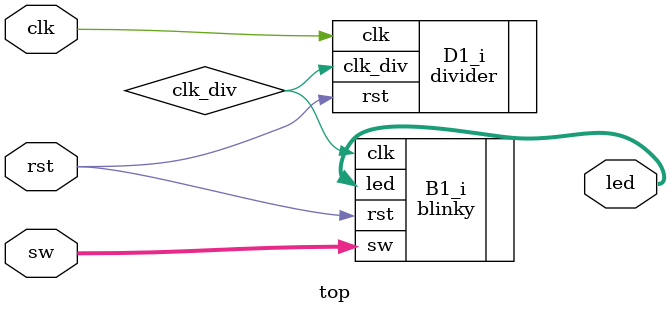
<source format=sv>

module top(
  input              clk,
  input              rst,
  input        [1:0] sw,
  output logic [3:0] led
);

  logic clk_div;

  divider D1_i (
    .clk     ( clk     ),
    .rst     ( rst     ),
    .clk_div ( clk_div )
  );

  blinky B1_i (
    .clk ( clk_div ),
    .rst ( rst     ),
    .sw  ( sw      ),
    .led ( led     )
  );

endmodule

</source>
